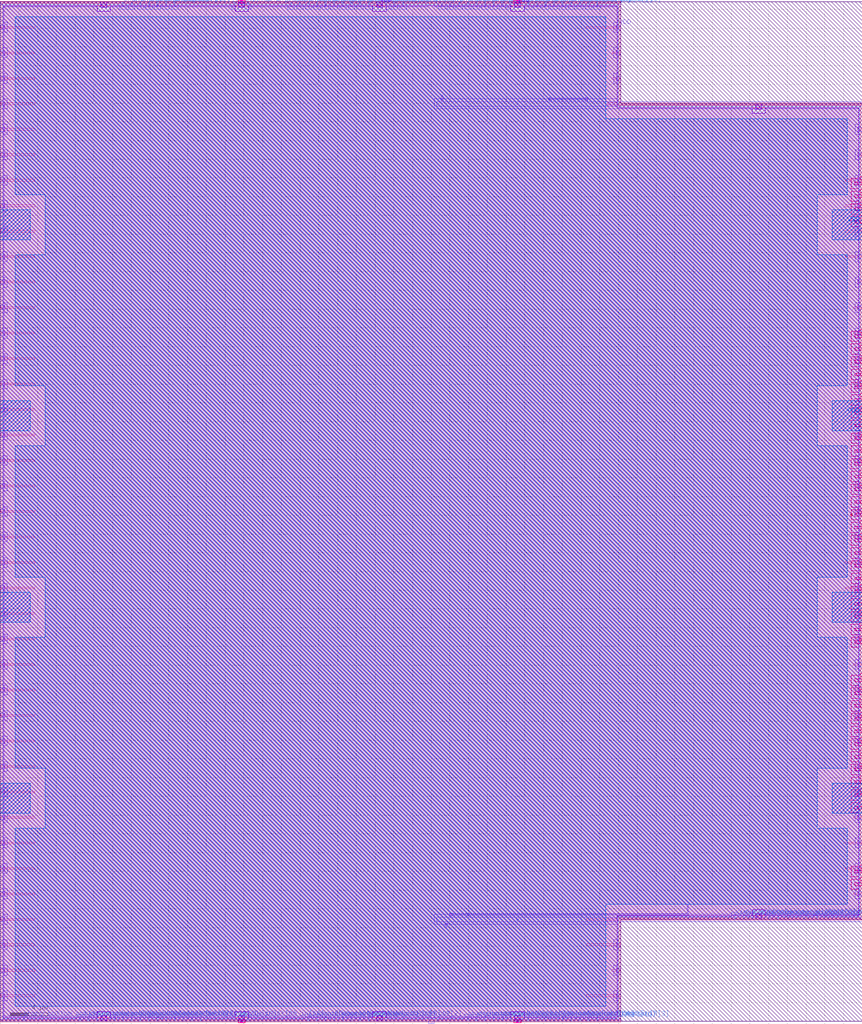
<source format=lef>
VERSION 5.7 ;
BUSBITCHARS "[]" ;

UNITS
  DATABASE MICRONS 1000 ;
END UNITS

MANUFACTURINGGRID 0.005 ;

LAYER li1
  TYPE ROUTING ;
  DIRECTION VERTICAL ;
  PITCH 0.46 ;
  WIDTH 0.17 ;
END li1

LAYER mcon
  TYPE CUT ;
END mcon

LAYER met1
  TYPE ROUTING ;
  DIRECTION HORIZONTAL ;
  PITCH 0.34 ;
  WIDTH 0.14 ;
END met1

LAYER via
  TYPE CUT ;
END via

LAYER met2
  TYPE ROUTING ;
  DIRECTION VERTICAL ;
  PITCH 0.46 ;
  WIDTH 0.14 ;
END met2

LAYER via2
  TYPE CUT ;
END via2

LAYER met3
  TYPE ROUTING ;
  DIRECTION HORIZONTAL ;
  PITCH 0.68 ;
  WIDTH 0.3 ;
END met3

LAYER via3
  TYPE CUT ;
END via3

LAYER met4
  TYPE ROUTING ;
  DIRECTION VERTICAL ;
  PITCH 0.92 ;
  WIDTH 0.3 ;
END met4

LAYER via4
  TYPE CUT ;
END via4

LAYER met5
  TYPE ROUTING ;
  DIRECTION HORIZONTAL ;
  PITCH 3.4 ;
  WIDTH 1.6 ;
END met5

LAYER nwell
  TYPE MASTERSLICE ;
END nwell

LAYER pwell
  TYPE MASTERSLICE ;
END pwell

LAYER OVERLAP
  TYPE OVERLAP ;
END OVERLAP

VIA L1M1_PR
  LAYER li1 ;
    RECT -0.085 -0.085 0.085 0.085 ;
  LAYER mcon ;
    RECT -0.085 -0.085 0.085 0.085 ;
  LAYER met1 ;
    RECT -0.145 -0.115 0.145 0.115 ;
END L1M1_PR

VIA L1M1_PR_R
  LAYER li1 ;
    RECT -0.085 -0.085 0.085 0.085 ;
  LAYER mcon ;
    RECT -0.085 -0.085 0.085 0.085 ;
  LAYER met1 ;
    RECT -0.115 -0.145 0.115 0.145 ;
END L1M1_PR_R

VIA L1M1_PR_M
  LAYER li1 ;
    RECT -0.085 -0.085 0.085 0.085 ;
  LAYER mcon ;
    RECT -0.085 -0.085 0.085 0.085 ;
  LAYER met1 ;
    RECT -0.115 -0.145 0.115 0.145 ;
END L1M1_PR_M

VIA L1M1_PR_MR
  LAYER li1 ;
    RECT -0.085 -0.085 0.085 0.085 ;
  LAYER mcon ;
    RECT -0.085 -0.085 0.085 0.085 ;
  LAYER met1 ;
    RECT -0.145 -0.115 0.145 0.115 ;
END L1M1_PR_MR

VIA L1M1_PR_C
  LAYER li1 ;
    RECT -0.085 -0.085 0.085 0.085 ;
  LAYER mcon ;
    RECT -0.085 -0.085 0.085 0.085 ;
  LAYER met1 ;
    RECT -0.145 -0.145 0.145 0.145 ;
END L1M1_PR_C

VIA M1M2_PR
  LAYER met1 ;
    RECT -0.16 -0.13 0.16 0.13 ;
  LAYER via ;
    RECT -0.075 -0.075 0.075 0.075 ;
  LAYER met2 ;
    RECT -0.13 -0.16 0.13 0.16 ;
END M1M2_PR

VIA M1M2_PR_Enc
  LAYER met1 ;
    RECT -0.16 -0.13 0.16 0.13 ;
  LAYER via ;
    RECT -0.075 -0.075 0.075 0.075 ;
  LAYER met2 ;
    RECT -0.16 -0.13 0.16 0.13 ;
END M1M2_PR_Enc

VIA M1M2_PR_R
  LAYER met1 ;
    RECT -0.13 -0.16 0.13 0.16 ;
  LAYER via ;
    RECT -0.075 -0.075 0.075 0.075 ;
  LAYER met2 ;
    RECT -0.16 -0.13 0.16 0.13 ;
END M1M2_PR_R

VIA M1M2_PR_R_Enc
  LAYER met1 ;
    RECT -0.13 -0.16 0.13 0.16 ;
  LAYER via ;
    RECT -0.075 -0.075 0.075 0.075 ;
  LAYER met2 ;
    RECT -0.13 -0.16 0.13 0.16 ;
END M1M2_PR_R_Enc

VIA M1M2_PR_M
  LAYER met1 ;
    RECT -0.16 -0.13 0.16 0.13 ;
  LAYER via ;
    RECT -0.075 -0.075 0.075 0.075 ;
  LAYER met2 ;
    RECT -0.16 -0.13 0.16 0.13 ;
END M1M2_PR_M

VIA M1M2_PR_M_Enc
  LAYER met1 ;
    RECT -0.16 -0.13 0.16 0.13 ;
  LAYER via ;
    RECT -0.075 -0.075 0.075 0.075 ;
  LAYER met2 ;
    RECT -0.13 -0.16 0.13 0.16 ;
END M1M2_PR_M_Enc

VIA M1M2_PR_MR
  LAYER met1 ;
    RECT -0.13 -0.16 0.13 0.16 ;
  LAYER via ;
    RECT -0.075 -0.075 0.075 0.075 ;
  LAYER met2 ;
    RECT -0.13 -0.16 0.13 0.16 ;
END M1M2_PR_MR

VIA M1M2_PR_MR_Enc
  LAYER met1 ;
    RECT -0.13 -0.16 0.13 0.16 ;
  LAYER via ;
    RECT -0.075 -0.075 0.075 0.075 ;
  LAYER met2 ;
    RECT -0.16 -0.13 0.16 0.13 ;
END M1M2_PR_MR_Enc

VIA M1M2_PR_C
  LAYER met1 ;
    RECT -0.16 -0.16 0.16 0.16 ;
  LAYER via ;
    RECT -0.075 -0.075 0.075 0.075 ;
  LAYER met2 ;
    RECT -0.16 -0.16 0.16 0.16 ;
END M1M2_PR_C

VIA M2M3_PR
  LAYER met2 ;
    RECT -0.14 -0.185 0.14 0.185 ;
  LAYER via2 ;
    RECT -0.1 -0.1 0.1 0.1 ;
  LAYER met3 ;
    RECT -0.165 -0.165 0.165 0.165 ;
END M2M3_PR

VIA M2M3_PR_R
  LAYER met2 ;
    RECT -0.185 -0.14 0.185 0.14 ;
  LAYER via2 ;
    RECT -0.1 -0.1 0.1 0.1 ;
  LAYER met3 ;
    RECT -0.165 -0.165 0.165 0.165 ;
END M2M3_PR_R

VIA M2M3_PR_M
  LAYER met2 ;
    RECT -0.14 -0.185 0.14 0.185 ;
  LAYER via2 ;
    RECT -0.1 -0.1 0.1 0.1 ;
  LAYER met3 ;
    RECT -0.165 -0.165 0.165 0.165 ;
END M2M3_PR_M

VIA M2M3_PR_MR
  LAYER met2 ;
    RECT -0.185 -0.14 0.185 0.14 ;
  LAYER via2 ;
    RECT -0.1 -0.1 0.1 0.1 ;
  LAYER met3 ;
    RECT -0.165 -0.165 0.165 0.165 ;
END M2M3_PR_MR

VIA M2M3_PR_C
  LAYER met2 ;
    RECT -0.185 -0.185 0.185 0.185 ;
  LAYER via2 ;
    RECT -0.1 -0.1 0.1 0.1 ;
  LAYER met3 ;
    RECT -0.165 -0.165 0.165 0.165 ;
END M2M3_PR_C

VIA M3M4_PR
  LAYER met3 ;
    RECT -0.19 -0.16 0.19 0.16 ;
  LAYER via3 ;
    RECT -0.1 -0.1 0.1 0.1 ;
  LAYER met4 ;
    RECT -0.165 -0.165 0.165 0.165 ;
END M3M4_PR

VIA M3M4_PR_R
  LAYER met3 ;
    RECT -0.16 -0.19 0.16 0.19 ;
  LAYER via3 ;
    RECT -0.1 -0.1 0.1 0.1 ;
  LAYER met4 ;
    RECT -0.165 -0.165 0.165 0.165 ;
END M3M4_PR_R

VIA M3M4_PR_M
  LAYER met3 ;
    RECT -0.19 -0.16 0.19 0.16 ;
  LAYER via3 ;
    RECT -0.1 -0.1 0.1 0.1 ;
  LAYER met4 ;
    RECT -0.165 -0.165 0.165 0.165 ;
END M3M4_PR_M

VIA M3M4_PR_MR
  LAYER met3 ;
    RECT -0.16 -0.19 0.16 0.19 ;
  LAYER via3 ;
    RECT -0.1 -0.1 0.1 0.1 ;
  LAYER met4 ;
    RECT -0.165 -0.165 0.165 0.165 ;
END M3M4_PR_MR

VIA M3M4_PR_C
  LAYER met3 ;
    RECT -0.19 -0.19 0.19 0.19 ;
  LAYER via3 ;
    RECT -0.1 -0.1 0.1 0.1 ;
  LAYER met4 ;
    RECT -0.165 -0.165 0.165 0.165 ;
END M3M4_PR_C

VIA M4M5_PR
  LAYER met4 ;
    RECT -0.59 -0.59 0.59 0.59 ;
  LAYER via4 ;
    RECT -0.4 -0.4 0.4 0.4 ;
  LAYER met5 ;
    RECT -0.71 -0.71 0.71 0.71 ;
END M4M5_PR

VIA M4M5_PR_R
  LAYER met4 ;
    RECT -0.59 -0.59 0.59 0.59 ;
  LAYER via4 ;
    RECT -0.4 -0.4 0.4 0.4 ;
  LAYER met5 ;
    RECT -0.71 -0.71 0.71 0.71 ;
END M4M5_PR_R

VIA M4M5_PR_M
  LAYER met4 ;
    RECT -0.59 -0.59 0.59 0.59 ;
  LAYER via4 ;
    RECT -0.4 -0.4 0.4 0.4 ;
  LAYER met5 ;
    RECT -0.71 -0.71 0.71 0.71 ;
END M4M5_PR_M

VIA M4M5_PR_MR
  LAYER met4 ;
    RECT -0.59 -0.59 0.59 0.59 ;
  LAYER via4 ;
    RECT -0.4 -0.4 0.4 0.4 ;
  LAYER met5 ;
    RECT -0.71 -0.71 0.71 0.71 ;
END M4M5_PR_MR

VIA M4M5_PR_C
  LAYER met4 ;
    RECT -0.59 -0.59 0.59 0.59 ;
  LAYER via4 ;
    RECT -0.4 -0.4 0.4 0.4 ;
  LAYER met5 ;
    RECT -0.71 -0.71 0.71 0.71 ;
END M4M5_PR_C

SITE unit
  CLASS CORE ;
  SYMMETRY Y ;
  SIZE 0.46 BY 2.72 ;
END unit

SITE unithddbl
  CLASS CORE ;
  SIZE 0.46 BY 5.44 ;
END unithddbl

MACRO sb_0__1_
  CLASS BLOCK ;
  ORIGIN 0 0 ;
  SIZE 92 BY 108.8 ;
  SYMMETRY X Y ;
  PIN chany_top_in[0]
    DIRECTION INPUT ;
    USE SIGNAL ;
    PORT
      LAYER met2 ;
        RECT 48 108.315 48.14 108.8 ;
    END
  END chany_top_in[0]
  PIN chany_top_in[1]
    DIRECTION INPUT ;
    USE SIGNAL ;
    PORT
      LAYER met2 ;
        RECT 54.44 108.315 54.58 108.8 ;
    END
  END chany_top_in[1]
  PIN chany_top_in[2]
    DIRECTION INPUT ;
    USE SIGNAL ;
    PORT
      LAYER met2 ;
        RECT 47.08 108.315 47.22 108.8 ;
    END
  END chany_top_in[2]
  PIN chany_top_in[3]
    DIRECTION INPUT ;
    USE SIGNAL ;
    PORT
      LAYER met2 ;
        RECT 60.88 108.315 61.02 108.8 ;
    END
  END chany_top_in[3]
  PIN chany_top_in[4]
    DIRECTION INPUT ;
    USE SIGNAL ;
    PORT
      LAYER met2 ;
        RECT 50.76 108.315 50.9 108.8 ;
    END
  END chany_top_in[4]
  PIN chany_top_in[5]
    DIRECTION INPUT ;
    USE SIGNAL ;
    PORT
      LAYER met2 ;
        RECT 42.02 108.315 42.16 108.8 ;
    END
  END chany_top_in[5]
  PIN chany_top_in[6]
    DIRECTION INPUT ;
    USE SIGNAL ;
    PORT
      LAYER met2 ;
        RECT 31.9 108.315 32.04 108.8 ;
    END
  END chany_top_in[6]
  PIN chany_top_in[7]
    DIRECTION INPUT ;
    USE SIGNAL ;
    PORT
      LAYER met2 ;
        RECT 42.94 108.315 43.08 108.8 ;
    END
  END chany_top_in[7]
  PIN chany_top_in[8]
    DIRECTION INPUT ;
    USE SIGNAL ;
    PORT
      LAYER met2 ;
        RECT 13.04 108.315 13.18 108.8 ;
    END
  END chany_top_in[8]
  PIN chany_top_in[9]
    DIRECTION INPUT ;
    USE SIGNAL ;
    PORT
      LAYER met2 ;
        RECT 18.56 108.315 18.7 108.8 ;
    END
  END chany_top_in[9]
  PIN chany_top_in[10]
    DIRECTION INPUT ;
    USE SIGNAL ;
    PORT
      LAYER met2 ;
        RECT 49.84 108.315 49.98 108.8 ;
    END
  END chany_top_in[10]
  PIN chany_top_in[11]
    DIRECTION INPUT ;
    USE SIGNAL ;
    PORT
      LAYER met2 ;
        RECT 52.6 108.315 52.74 108.8 ;
    END
  END chany_top_in[11]
  PIN chany_top_in[12]
    DIRECTION INPUT ;
    USE SIGNAL ;
    PORT
      LAYER met2 ;
        RECT 59.04 108.315 59.18 108.8 ;
    END
  END chany_top_in[12]
  PIN chany_top_in[13]
    DIRECTION INPUT ;
    USE SIGNAL ;
    PORT
      LAYER met2 ;
        RECT 41.1 108.315 41.24 108.8 ;
    END
  END chany_top_in[13]
  PIN chany_top_in[14]
    DIRECTION INPUT ;
    USE SIGNAL ;
    PORT
      LAYER met2 ;
        RECT 32.82 108.315 32.96 108.8 ;
    END
  END chany_top_in[14]
  PIN chany_top_in[15]
    DIRECTION INPUT ;
    USE SIGNAL ;
    PORT
      LAYER met2 ;
        RECT 17.64 108.315 17.78 108.8 ;
    END
  END chany_top_in[15]
  PIN chany_top_in[16]
    DIRECTION INPUT ;
    USE SIGNAL ;
    PORT
      LAYER met2 ;
        RECT 25 108.315 25.14 108.8 ;
    END
  END chany_top_in[16]
  PIN chany_top_in[17]
    DIRECTION INPUT ;
    USE SIGNAL ;
    PORT
      LAYER met2 ;
        RECT 30.98 108.315 31.12 108.8 ;
    END
  END chany_top_in[17]
  PIN chany_top_in[18]
    DIRECTION INPUT ;
    USE SIGNAL ;
    PORT
      LAYER met2 ;
        RECT 63.64 108.315 63.78 108.8 ;
    END
  END chany_top_in[18]
  PIN chany_top_in[19]
    DIRECTION INPUT ;
    USE SIGNAL ;
    PORT
      LAYER met2 ;
        RECT 48.92 108.315 49.06 108.8 ;
    END
  END chany_top_in[19]
  PIN top_left_grid_pin_1_[0]
    DIRECTION INPUT ;
    USE SIGNAL ;
    PORT
      LAYER met2 ;
        RECT 26.38 108.315 26.52 108.8 ;
    END
  END top_left_grid_pin_1_[0]
  PIN chanx_right_in[0]
    DIRECTION INPUT ;
    USE SIGNAL ;
    PORT
      LAYER met3 ;
        RECT 91.2 66.15 92 66.45 ;
    END
  END chanx_right_in[0]
  PIN chanx_right_in[1]
    DIRECTION INPUT ;
    USE SIGNAL ;
    PORT
      LAYER met3 ;
        RECT 91.2 87.91 92 88.21 ;
    END
  END chanx_right_in[1]
  PIN chanx_right_in[2]
    DIRECTION INPUT ;
    USE SIGNAL ;
    PORT
      LAYER met3 ;
        RECT 91.2 36.23 92 36.53 ;
    END
  END chanx_right_in[2]
  PIN chanx_right_in[3]
    DIRECTION INPUT ;
    USE SIGNAL ;
    PORT
      LAYER met3 ;
        RECT 91.2 48.47 92 48.77 ;
    END
  END chanx_right_in[3]
  PIN chanx_right_in[4]
    DIRECTION INPUT ;
    USE SIGNAL ;
    PORT
      LAYER met3 ;
        RECT 91.2 71.59 92 71.89 ;
    END
  END chanx_right_in[4]
  PIN chanx_right_in[5]
    DIRECTION INPUT ;
    USE SIGNAL ;
    PORT
      LAYER met3 ;
        RECT 91.2 86.55 92 86.85 ;
    END
  END chanx_right_in[5]
  PIN chanx_right_in[6]
    DIRECTION INPUT ;
    USE SIGNAL ;
    PORT
      LAYER met3 ;
        RECT 91.2 62.07 92 62.37 ;
    END
  END chanx_right_in[6]
  PIN chanx_right_in[7]
    DIRECTION INPUT ;
    USE SIGNAL ;
    PORT
      LAYER met3 ;
        RECT 91.2 22.63 92 22.93 ;
    END
  END chanx_right_in[7]
  PIN chanx_right_in[8]
    DIRECTION INPUT ;
    USE SIGNAL ;
    PORT
      LAYER met3 ;
        RECT 91.2 34.87 92 35.17 ;
    END
  END chanx_right_in[8]
  PIN chanx_right_in[9]
    DIRECTION INPUT ;
    USE SIGNAL ;
    PORT
      LAYER met3 ;
        RECT 91.2 41.67 92 41.97 ;
    END
  END chanx_right_in[9]
  PIN chanx_right_in[10]
    DIRECTION INPUT ;
    USE SIGNAL ;
    PORT
      LAYER met3 ;
        RECT 91.2 64.79 92 65.09 ;
    END
  END chanx_right_in[10]
  PIN chanx_right_in[11]
    DIRECTION INPUT ;
    USE SIGNAL ;
    PORT
      LAYER met3 ;
        RECT 91.2 51.19 92 51.49 ;
    END
  END chanx_right_in[11]
  PIN chanx_right_in[12]
    DIRECTION INPUT ;
    USE SIGNAL ;
    PORT
      LAYER met3 ;
        RECT 91.2 23.99 92 24.29 ;
    END
  END chanx_right_in[12]
  PIN chanx_right_in[13]
    DIRECTION INPUT ;
    USE SIGNAL ;
    PORT
      LAYER met3 ;
        RECT 91.2 44.39 92 44.69 ;
    END
  END chanx_right_in[13]
  PIN chanx_right_in[14]
    DIRECTION INPUT ;
    USE SIGNAL ;
    PORT
      LAYER met3 ;
        RECT 91.2 60.71 92 61.01 ;
    END
  END chanx_right_in[14]
  PIN chanx_right_in[15]
    DIRECTION INPUT ;
    USE SIGNAL ;
    PORT
      LAYER met3 ;
        RECT 91.2 57.99 92 58.29 ;
    END
  END chanx_right_in[15]
  PIN chanx_right_in[16]
    DIRECTION INPUT ;
    USE SIGNAL ;
    PORT
      LAYER met3 ;
        RECT 91.2 67.51 92 67.81 ;
    END
  END chanx_right_in[16]
  PIN chanx_right_in[17]
    DIRECTION INPUT ;
    USE SIGNAL ;
    PORT
      LAYER met3 ;
        RECT 91.2 45.75 92 46.05 ;
    END
  END chanx_right_in[17]
  PIN chanx_right_in[18]
    DIRECTION INPUT ;
    USE SIGNAL ;
    PORT
      LAYER met3 ;
        RECT 91.2 63.43 92 63.73 ;
    END
  END chanx_right_in[18]
  PIN chanx_right_in[19]
    DIRECTION INPUT ;
    USE SIGNAL ;
    PORT
      LAYER met3 ;
        RECT 91.2 43.03 92 43.33 ;
    END
  END chanx_right_in[19]
  PIN right_bottom_grid_pin_34_[0]
    DIRECTION INPUT ;
    USE SIGNAL ;
    PORT
      LAYER met2 ;
        RECT 79.28 10.88 79.42 11.365 ;
    END
  END right_bottom_grid_pin_34_[0]
  PIN right_bottom_grid_pin_35_[0]
    DIRECTION INPUT ;
    USE SIGNAL ;
    PORT
      LAYER met2 ;
        RECT 85.72 10.88 85.86 11.365 ;
    END
  END right_bottom_grid_pin_35_[0]
  PIN right_bottom_grid_pin_36_[0]
    DIRECTION INPUT ;
    USE SIGNAL ;
    PORT
      LAYER met2 ;
        RECT 82.04 10.88 82.18 11.365 ;
    END
  END right_bottom_grid_pin_36_[0]
  PIN right_bottom_grid_pin_37_[0]
    DIRECTION INPUT ;
    USE SIGNAL ;
    PORT
      LAYER met2 ;
        RECT 87.1 10.88 87.24 11.365 ;
    END
  END right_bottom_grid_pin_37_[0]
  PIN right_bottom_grid_pin_38_[0]
    DIRECTION INPUT ;
    USE SIGNAL ;
    PORT
      LAYER met2 ;
        RECT 81.12 10.88 81.26 11.365 ;
    END
  END right_bottom_grid_pin_38_[0]
  PIN right_bottom_grid_pin_39_[0]
    DIRECTION INPUT ;
    USE SIGNAL ;
    PORT
      LAYER met2 ;
        RECT 78.36 10.88 78.5 11.365 ;
    END
  END right_bottom_grid_pin_39_[0]
  PIN right_bottom_grid_pin_40_[0]
    DIRECTION INPUT ;
    USE SIGNAL ;
    PORT
      LAYER met2 ;
        RECT 80.2 10.88 80.34 11.365 ;
    END
  END right_bottom_grid_pin_40_[0]
  PIN right_bottom_grid_pin_41_[0]
    DIRECTION INPUT ;
    USE SIGNAL ;
    PORT
      LAYER met2 ;
        RECT 82.96 10.88 83.1 11.365 ;
    END
  END right_bottom_grid_pin_41_[0]
  PIN chany_bottom_in[0]
    DIRECTION INPUT ;
    USE SIGNAL ;
    PORT
      LAYER met2 ;
        RECT 49.84 0 49.98 0.485 ;
    END
  END chany_bottom_in[0]
  PIN chany_bottom_in[1]
    DIRECTION INPUT ;
    USE SIGNAL ;
    PORT
      LAYER met2 ;
        RECT 59.96 0 60.1 0.485 ;
    END
  END chany_bottom_in[1]
  PIN chany_bottom_in[2]
    DIRECTION INPUT ;
    USE SIGNAL ;
    PORT
      LAYER met2 ;
        RECT 60.88 0 61.02 0.485 ;
    END
  END chany_bottom_in[2]
  PIN chany_bottom_in[3]
    DIRECTION INPUT ;
    USE SIGNAL ;
    PORT
      LAYER met2 ;
        RECT 63.64 0 63.78 0.485 ;
    END
  END chany_bottom_in[3]
  PIN chany_bottom_in[4]
    DIRECTION INPUT ;
    USE SIGNAL ;
    PORT
      LAYER met2 ;
        RECT 52.6 0 52.74 0.485 ;
    END
  END chany_bottom_in[4]
  PIN chany_bottom_in[5]
    DIRECTION INPUT ;
    USE SIGNAL ;
    PORT
      LAYER met2 ;
        RECT 39.26 0 39.4 0.485 ;
    END
  END chany_bottom_in[5]
  PIN chany_bottom_in[6]
    DIRECTION INPUT ;
    USE SIGNAL ;
    PORT
      LAYER met2 ;
        RECT 35.58 0 35.72 0.485 ;
    END
  END chany_bottom_in[6]
  PIN chany_bottom_in[7]
    DIRECTION INPUT ;
    USE SIGNAL ;
    PORT
      LAYER met2 ;
        RECT 62.72 0 62.86 0.485 ;
    END
  END chany_bottom_in[7]
  PIN chany_bottom_in[8]
    DIRECTION INPUT ;
    USE SIGNAL ;
    PORT
      LAYER met2 ;
        RECT 9.36 0 9.5 0.485 ;
    END
  END chany_bottom_in[8]
  PIN chany_bottom_in[9]
    DIRECTION INPUT ;
    USE SIGNAL ;
    PORT
      LAYER met2 ;
        RECT 8.44 0 8.58 0.485 ;
    END
  END chany_bottom_in[9]
  PIN chany_bottom_in[10]
    DIRECTION INPUT ;
    USE SIGNAL ;
    PORT
      LAYER met2 ;
        RECT 26.38 0 26.52 0.485 ;
    END
  END chany_bottom_in[10]
  PIN chany_bottom_in[11]
    DIRECTION INPUT ;
    USE SIGNAL ;
    PORT
      LAYER met2 ;
        RECT 51.68 0 51.82 0.485 ;
    END
  END chany_bottom_in[11]
  PIN chany_bottom_in[12]
    DIRECTION INPUT ;
    USE SIGNAL ;
    PORT
      LAYER met2 ;
        RECT 53.52 0 53.66 0.485 ;
    END
  END chany_bottom_in[12]
  PIN chany_bottom_in[13]
    DIRECTION INPUT ;
    USE SIGNAL ;
    PORT
      LAYER met2 ;
        RECT 56.28 0 56.42 0.485 ;
    END
  END chany_bottom_in[13]
  PIN chany_bottom_in[14]
    DIRECTION INPUT ;
    USE SIGNAL ;
    PORT
      LAYER met2 ;
        RECT 58.12 0 58.26 0.485 ;
    END
  END chany_bottom_in[14]
  PIN chany_bottom_in[15]
    DIRECTION INPUT ;
    USE SIGNAL ;
    PORT
      LAYER met2 ;
        RECT 38.34 0 38.48 0.485 ;
    END
  END chany_bottom_in[15]
  PIN chany_bottom_in[16]
    DIRECTION INPUT ;
    USE SIGNAL ;
    PORT
      LAYER met2 ;
        RECT 61.8 0 61.94 0.485 ;
    END
  END chany_bottom_in[16]
  PIN chany_bottom_in[17]
    DIRECTION INPUT ;
    USE SIGNAL ;
    PORT
      LAYER met2 ;
        RECT 32.82 0 32.96 0.485 ;
    END
  END chany_bottom_in[17]
  PIN chany_bottom_in[18]
    DIRECTION INPUT ;
    USE SIGNAL ;
    PORT
      LAYER met2 ;
        RECT 21.32 0 21.46 0.485 ;
    END
  END chany_bottom_in[18]
  PIN chany_bottom_in[19]
    DIRECTION INPUT ;
    USE SIGNAL ;
    PORT
      LAYER met2 ;
        RECT 40.18 0 40.32 0.485 ;
    END
  END chany_bottom_in[19]
  PIN bottom_left_grid_pin_1_[0]
    DIRECTION INPUT ;
    USE SIGNAL ;
    PORT
      LAYER met2 ;
        RECT 20.4 0 20.54 0.485 ;
    END
  END bottom_left_grid_pin_1_[0]
  PIN ccff_head[0]
    DIRECTION INPUT ;
    USE SIGNAL ;
    PORT
      LAYER met3 ;
        RECT 91.2 29.43 92 29.73 ;
    END
  END ccff_head[0]
  PIN chany_top_out[0]
    DIRECTION OUTPUT ;
    USE SIGNAL ;
    PORT
      LAYER met2 ;
        RECT 62.72 108.315 62.86 108.8 ;
    END
  END chany_top_out[0]
  PIN chany_top_out[1]
    DIRECTION OUTPUT ;
    USE SIGNAL ;
    PORT
      LAYER met2 ;
        RECT 40.18 108.315 40.32 108.8 ;
    END
  END chany_top_out[1]
  PIN chany_top_out[2]
    DIRECTION OUTPUT ;
    USE SIGNAL ;
    PORT
      LAYER met2 ;
        RECT 51.68 108.315 51.82 108.8 ;
    END
  END chany_top_out[2]
  PIN chany_top_out[3]
    DIRECTION OUTPUT ;
    USE SIGNAL ;
    PORT
      LAYER met2 ;
        RECT 56.28 108.315 56.42 108.8 ;
    END
  END chany_top_out[3]
  PIN chany_top_out[4]
    DIRECTION OUTPUT ;
    USE SIGNAL ;
    PORT
      LAYER met2 ;
        RECT 53.52 108.315 53.66 108.8 ;
    END
  END chany_top_out[4]
  PIN chany_top_out[5]
    DIRECTION OUTPUT ;
    USE SIGNAL ;
    PORT
      LAYER met2 ;
        RECT 34.66 108.315 34.8 108.8 ;
    END
  END chany_top_out[5]
  PIN chany_top_out[6]
    DIRECTION OUTPUT ;
    USE SIGNAL ;
    PORT
      LAYER met2 ;
        RECT 13.96 108.315 14.1 108.8 ;
    END
  END chany_top_out[6]
  PIN chany_top_out[7]
    DIRECTION OUTPUT ;
    USE SIGNAL ;
    PORT
      LAYER met2 ;
        RECT 16.72 108.315 16.86 108.8 ;
    END
  END chany_top_out[7]
  PIN chany_top_out[8]
    DIRECTION OUTPUT ;
    USE SIGNAL ;
    PORT
      LAYER met2 ;
        RECT 39.26 108.315 39.4 108.8 ;
    END
  END chany_top_out[8]
  PIN chany_top_out[9]
    DIRECTION OUTPUT ;
    USE SIGNAL ;
    PORT
      LAYER met2 ;
        RECT 35.58 108.315 35.72 108.8 ;
    END
  END chany_top_out[9]
  PIN chany_top_out[10]
    DIRECTION OUTPUT ;
    USE SIGNAL ;
    PORT
      LAYER met2 ;
        RECT 61.8 108.315 61.94 108.8 ;
    END
  END chany_top_out[10]
  PIN chany_top_out[11]
    DIRECTION OUTPUT ;
    USE SIGNAL ;
    PORT
      LAYER met2 ;
        RECT 58.12 108.315 58.26 108.8 ;
    END
  END chany_top_out[11]
  PIN chany_top_out[12]
    DIRECTION OUTPUT ;
    USE SIGNAL ;
    PORT
      LAYER met2 ;
        RECT 33.74 108.315 33.88 108.8 ;
    END
  END chany_top_out[12]
  PIN chany_top_out[13]
    DIRECTION OUTPUT ;
    USE SIGNAL ;
    PORT
      LAYER met2 ;
        RECT 38.34 108.315 38.48 108.8 ;
    END
  END chany_top_out[13]
  PIN chany_top_out[14]
    DIRECTION OUTPUT ;
    USE SIGNAL ;
    PORT
      LAYER met2 ;
        RECT 14.88 108.315 15.02 108.8 ;
    END
  END chany_top_out[14]
  PIN chany_top_out[15]
    DIRECTION OUTPUT ;
    USE SIGNAL ;
    PORT
      LAYER met2 ;
        RECT 36.5 108.315 36.64 108.8 ;
    END
  END chany_top_out[15]
  PIN chany_top_out[16]
    DIRECTION OUTPUT ;
    USE SIGNAL ;
    PORT
      LAYER met2 ;
        RECT 59.96 108.315 60.1 108.8 ;
    END
  END chany_top_out[16]
  PIN chany_top_out[17]
    DIRECTION OUTPUT ;
    USE SIGNAL ;
    PORT
      LAYER met2 ;
        RECT 15.8 108.315 15.94 108.8 ;
    END
  END chany_top_out[17]
  PIN chany_top_out[18]
    DIRECTION OUTPUT ;
    USE SIGNAL ;
    PORT
      LAYER met2 ;
        RECT 37.42 108.315 37.56 108.8 ;
    END
  END chany_top_out[18]
  PIN chany_top_out[19]
    DIRECTION OUTPUT ;
    USE SIGNAL ;
    PORT
      LAYER met2 ;
        RECT 57.2 108.315 57.34 108.8 ;
    END
  END chany_top_out[19]
  PIN chanx_right_out[0]
    DIRECTION OUTPUT ;
    USE SIGNAL ;
    PORT
      LAYER met3 ;
        RECT 91.2 70.23 92 70.53 ;
    END
  END chanx_right_out[0]
  PIN chanx_right_out[1]
    DIRECTION OUTPUT ;
    USE SIGNAL ;
    PORT
      LAYER met3 ;
        RECT 91.2 72.95 92 73.25 ;
    END
  END chanx_right_out[1]
  PIN chanx_right_out[2]
    DIRECTION OUTPUT ;
    USE SIGNAL ;
    PORT
      LAYER met3 ;
        RECT 91.2 25.35 92 25.65 ;
    END
  END chanx_right_out[2]
  PIN chanx_right_out[3]
    DIRECTION OUTPUT ;
    USE SIGNAL ;
    PORT
      LAYER met3 ;
        RECT 91.2 49.83 92 50.13 ;
    END
  END chanx_right_out[3]
  PIN chanx_right_out[4]
    DIRECTION OUTPUT ;
    USE SIGNAL ;
    PORT
      LAYER met3 ;
        RECT 91.2 56.63 92 56.93 ;
    END
  END chanx_right_out[4]
  PIN chanx_right_out[5]
    DIRECTION OUTPUT ;
    USE SIGNAL ;
    PORT
      LAYER met3 ;
        RECT 91.2 53.91 92 54.21 ;
    END
  END chanx_right_out[5]
  PIN chanx_right_out[6]
    DIRECTION OUTPUT ;
    USE SIGNAL ;
    PORT
      LAYER met3 ;
        RECT 91.2 85.19 92 85.49 ;
    END
  END chanx_right_out[6]
  PIN chanx_right_out[7]
    DIRECTION OUTPUT ;
    USE SIGNAL ;
    PORT
      LAYER met3 ;
        RECT 91.2 33.51 92 33.81 ;
    END
  END chanx_right_out[7]
  PIN chanx_right_out[8]
    DIRECTION OUTPUT ;
    USE SIGNAL ;
    PORT
      LAYER met3 ;
        RECT 91.2 32.15 92 32.45 ;
    END
  END chanx_right_out[8]
  PIN chanx_right_out[9]
    DIRECTION OUTPUT ;
    USE SIGNAL ;
    PORT
      LAYER met3 ;
        RECT 91.2 55.27 92 55.57 ;
    END
  END chanx_right_out[9]
  PIN chanx_right_out[10]
    DIRECTION OUTPUT ;
    USE SIGNAL ;
    PORT
      LAYER met3 ;
        RECT 91.2 26.71 92 27.01 ;
    END
  END chanx_right_out[10]
  PIN chanx_right_out[11]
    DIRECTION OUTPUT ;
    USE SIGNAL ;
    PORT
      LAYER met3 ;
        RECT 91.2 52.55 92 52.85 ;
    END
  END chanx_right_out[11]
  PIN chanx_right_out[12]
    DIRECTION OUTPUT ;
    USE SIGNAL ;
    PORT
      LAYER met3 ;
        RECT 91.2 15.83 92 16.13 ;
    END
  END chanx_right_out[12]
  PIN chanx_right_out[13]
    DIRECTION OUTPUT ;
    USE SIGNAL ;
    PORT
      LAYER met3 ;
        RECT 91.2 47.11 92 47.41 ;
    END
  END chanx_right_out[13]
  PIN chanx_right_out[14]
    DIRECTION OUTPUT ;
    USE SIGNAL ;
    PORT
      LAYER met3 ;
        RECT 91.2 30.79 92 31.09 ;
    END
  END chanx_right_out[14]
  PIN chanx_right_out[15]
    DIRECTION OUTPUT ;
    USE SIGNAL ;
    PORT
      LAYER met3 ;
        RECT 91.2 68.87 92 69.17 ;
    END
  END chanx_right_out[15]
  PIN chanx_right_out[16]
    DIRECTION OUTPUT ;
    USE SIGNAL ;
    PORT
      LAYER met3 ;
        RECT 91.2 14.47 92 14.77 ;
    END
  END chanx_right_out[16]
  PIN chanx_right_out[17]
    DIRECTION OUTPUT ;
    USE SIGNAL ;
    PORT
      LAYER met3 ;
        RECT 91.2 59.35 92 59.65 ;
    END
  END chanx_right_out[17]
  PIN chanx_right_out[18]
    DIRECTION OUTPUT ;
    USE SIGNAL ;
    PORT
      LAYER met3 ;
        RECT 91.2 28.07 92 28.37 ;
    END
  END chanx_right_out[18]
  PIN chanx_right_out[19]
    DIRECTION OUTPUT ;
    USE SIGNAL ;
    PORT
      LAYER met3 ;
        RECT 91.2 89.27 92 89.57 ;
    END
  END chanx_right_out[19]
  PIN chany_bottom_out[0]
    DIRECTION OUTPUT ;
    USE SIGNAL ;
    PORT
      LAYER met2 ;
        RECT 50.76 0 50.9 0.485 ;
    END
  END chany_bottom_out[0]
  PIN chany_bottom_out[1]
    DIRECTION OUTPUT ;
    USE SIGNAL ;
    PORT
      LAYER met2 ;
        RECT 57.2 0 57.34 0.485 ;
    END
  END chany_bottom_out[1]
  PIN chany_bottom_out[2]
    DIRECTION OUTPUT ;
    USE SIGNAL ;
    PORT
      LAYER met2 ;
        RECT 41.1 0 41.24 0.485 ;
    END
  END chany_bottom_out[2]
  PIN chany_bottom_out[3]
    DIRECTION OUTPUT ;
    USE SIGNAL ;
    PORT
      LAYER met2 ;
        RECT 11.2 0 11.34 0.485 ;
    END
  END chany_bottom_out[3]
  PIN chany_bottom_out[4]
    DIRECTION OUTPUT ;
    USE SIGNAL ;
    PORT
      LAYER met2 ;
        RECT 33.74 0 33.88 0.485 ;
    END
  END chany_bottom_out[4]
  PIN chany_bottom_out[5]
    DIRECTION OUTPUT ;
    USE SIGNAL ;
    PORT
      LAYER met2 ;
        RECT 19.48 0 19.62 0.485 ;
    END
  END chany_bottom_out[5]
  PIN chany_bottom_out[6]
    DIRECTION OUTPUT ;
    USE SIGNAL ;
    PORT
      LAYER met2 ;
        RECT 12.12 0 12.26 0.485 ;
    END
  END chany_bottom_out[6]
  PIN chany_bottom_out[7]
    DIRECTION OUTPUT ;
    USE SIGNAL ;
    PORT
      LAYER met2 ;
        RECT 36.5 0 36.64 0.485 ;
    END
  END chany_bottom_out[7]
  PIN chany_bottom_out[8]
    DIRECTION OUTPUT ;
    USE SIGNAL ;
    PORT
      LAYER met2 ;
        RECT 18.56 0 18.7 0.485 ;
    END
  END chany_bottom_out[8]
  PIN chany_bottom_out[9]
    DIRECTION OUTPUT ;
    USE SIGNAL ;
    PORT
      LAYER met2 ;
        RECT 13.04 0 13.18 0.485 ;
    END
  END chany_bottom_out[9]
  PIN chany_bottom_out[10]
    DIRECTION OUTPUT ;
    USE SIGNAL ;
    PORT
      LAYER met2 ;
        RECT 59.04 0 59.18 0.485 ;
    END
  END chany_bottom_out[10]
  PIN chany_bottom_out[11]
    DIRECTION OUTPUT ;
    USE SIGNAL ;
    PORT
      LAYER met2 ;
        RECT 17.64 0 17.78 0.485 ;
    END
  END chany_bottom_out[11]
  PIN chany_bottom_out[12]
    DIRECTION OUTPUT ;
    USE SIGNAL ;
    PORT
      LAYER met2 ;
        RECT 10.28 0 10.42 0.485 ;
    END
  END chany_bottom_out[12]
  PIN chany_bottom_out[13]
    DIRECTION OUTPUT ;
    USE SIGNAL ;
    PORT
      LAYER met2 ;
        RECT 13.96 0 14.1 0.485 ;
    END
  END chany_bottom_out[13]
  PIN chany_bottom_out[14]
    DIRECTION OUTPUT ;
    USE SIGNAL ;
    PORT
      LAYER met2 ;
        RECT 37.42 0 37.56 0.485 ;
    END
  END chany_bottom_out[14]
  PIN chany_bottom_out[15]
    DIRECTION OUTPUT ;
    USE SIGNAL ;
    PORT
      LAYER met2 ;
        RECT 16.72 0 16.86 0.485 ;
    END
  END chany_bottom_out[15]
  PIN chany_bottom_out[16]
    DIRECTION OUTPUT ;
    USE SIGNAL ;
    PORT
      LAYER met2 ;
        RECT 54.44 0 54.58 0.485 ;
    END
  END chany_bottom_out[16]
  PIN chany_bottom_out[17]
    DIRECTION OUTPUT ;
    USE SIGNAL ;
    PORT
      LAYER met2 ;
        RECT 14.88 0 15.02 0.485 ;
    END
  END chany_bottom_out[17]
  PIN chany_bottom_out[18]
    DIRECTION OUTPUT ;
    USE SIGNAL ;
    PORT
      LAYER met2 ;
        RECT 2.46 0 2.6 0.485 ;
    END
  END chany_bottom_out[18]
  PIN chany_bottom_out[19]
    DIRECTION OUTPUT ;
    USE SIGNAL ;
    PORT
      LAYER met2 ;
        RECT 15.8 0 15.94 0.485 ;
    END
  END chany_bottom_out[19]
  PIN ccff_tail[0]
    DIRECTION OUTPUT ;
    USE SIGNAL ;
    PORT
      LAYER met2 ;
        RECT 34.66 0 34.8 0.485 ;
    END
  END ccff_tail[0]
  PIN prog_clk_0_E_in
    DIRECTION INPUT ;
    USE CLOCK ;
    PORT
      LAYER met3 ;
        RECT 91.2 40.31 92 40.61 ;
    END
  END prog_clk_0_E_in
  PIN VDD
    DIRECTION INPUT ;
    USE POWER ;
    PORT
      LAYER met1 ;
        RECT 0 2.48 0.48 2.96 ;
        RECT 65.76 2.48 66.24 2.96 ;
        RECT 0 7.92 0.48 8.4 ;
        RECT 65.76 7.92 66.24 8.4 ;
        RECT 0 13.36 0.48 13.84 ;
        RECT 91.52 13.36 92 13.84 ;
        RECT 0 18.8 0.48 19.28 ;
        RECT 91.52 18.8 92 19.28 ;
        RECT 0 24.24 0.48 24.72 ;
        RECT 91.52 24.24 92 24.72 ;
        RECT 0 29.68 0.48 30.16 ;
        RECT 91.52 29.68 92 30.16 ;
        RECT 0 35.12 0.48 35.6 ;
        RECT 91.52 35.12 92 35.6 ;
        RECT 0 40.56 0.48 41.04 ;
        RECT 91.52 40.56 92 41.04 ;
        RECT 0 46 0.48 46.48 ;
        RECT 91.52 46 92 46.48 ;
        RECT 0 51.44 0.48 51.92 ;
        RECT 91.52 51.44 92 51.92 ;
        RECT 0 56.88 0.48 57.36 ;
        RECT 91.52 56.88 92 57.36 ;
        RECT 0 62.32 0.48 62.8 ;
        RECT 91.52 62.32 92 62.8 ;
        RECT 0 67.76 0.48 68.24 ;
        RECT 91.52 67.76 92 68.24 ;
        RECT 0 73.2 0.48 73.68 ;
        RECT 91.52 73.2 92 73.68 ;
        RECT 0 78.64 0.48 79.12 ;
        RECT 91.52 78.64 92 79.12 ;
        RECT 0 84.08 0.48 84.56 ;
        RECT 91.52 84.08 92 84.56 ;
        RECT 0 89.52 0.48 90 ;
        RECT 91.52 89.52 92 90 ;
        RECT 0 94.96 0.48 95.44 ;
        RECT 91.52 94.96 92 95.44 ;
        RECT 0 100.4 0.48 100.88 ;
        RECT 65.76 100.4 66.24 100.88 ;
        RECT 0 105.84 0.48 106.32 ;
        RECT 65.76 105.84 66.24 106.32 ;
      LAYER met5 ;
        RECT 0 22.2 3.2 25.4 ;
        RECT 88.8 22.2 92 25.4 ;
        RECT 0 63 3.2 66.2 ;
        RECT 88.8 63 92 66.2 ;
      LAYER met4 ;
        RECT 10.74 0 11.34 0.6 ;
        RECT 40.18 0 40.78 0.6 ;
        RECT 80.66 10.88 81.26 11.48 ;
        RECT 80.66 97.32 81.26 97.92 ;
        RECT 10.74 108.2 11.34 108.8 ;
        RECT 40.18 108.2 40.78 108.8 ;
    END
  END VDD
  PIN VSS
    DIRECTION INPUT ;
    USE GROUND ;
    PORT
      LAYER met1 ;
        RECT 0 0 45.4 0.24 ;
        RECT 46.6 0 66.24 0.24 ;
        RECT 0 5.2 0.48 5.68 ;
        RECT 65.76 5.2 66.24 5.68 ;
        RECT 0 10.64 0.48 11.12 ;
        RECT 46.6 10.64 92 11.12 ;
        RECT 0 16.08 0.48 16.56 ;
        RECT 91.52 16.08 92 16.56 ;
        RECT 0 21.52 0.48 22 ;
        RECT 91.52 21.52 92 22 ;
        RECT 0 26.96 0.48 27.44 ;
        RECT 91.52 26.96 92 27.44 ;
        RECT 0 32.4 0.48 32.88 ;
        RECT 91.52 32.4 92 32.88 ;
        RECT 0 37.84 0.48 38.32 ;
        RECT 91.52 37.84 92 38.32 ;
        RECT 0 43.28 0.48 43.76 ;
        RECT 91.52 43.28 92 43.76 ;
        RECT 0 48.72 0.48 49.2 ;
        RECT 91.52 48.72 92 49.2 ;
        RECT 0 54.16 0.48 54.64 ;
        RECT 91.52 54.16 92 54.64 ;
        RECT 0 59.6 0.48 60.08 ;
        RECT 91.52 59.6 92 60.08 ;
        RECT 0 65.04 0.48 65.52 ;
        RECT 91.52 65.04 92 65.52 ;
        RECT 0 70.48 0.48 70.96 ;
        RECT 91.52 70.48 92 70.96 ;
        RECT 0 75.92 0.48 76.4 ;
        RECT 91.52 75.92 92 76.4 ;
        RECT 0 81.36 0.48 81.84 ;
        RECT 91.52 81.36 92 81.84 ;
        RECT 0 86.8 0.48 87.28 ;
        RECT 91.52 86.8 92 87.28 ;
        RECT 0 92.24 0.48 92.72 ;
        RECT 91.52 92.24 92 92.72 ;
        RECT 0 97.68 0.48 98.16 ;
        RECT 46.6 97.68 92 98.16 ;
        RECT 0 103.12 0.48 103.6 ;
        RECT 65.76 103.12 66.24 103.6 ;
        RECT 0 108.56 45.4 108.8 ;
        RECT 46.6 108.56 66.24 108.8 ;
      LAYER met5 ;
        RECT 0 42.6 3.2 45.8 ;
        RECT 88.8 42.6 92 45.8 ;
        RECT 0 83.4 3.2 86.6 ;
        RECT 88.8 83.4 92 86.6 ;
      LAYER met4 ;
        RECT 25.46 0 26.06 0.6 ;
        RECT 54.9 0 55.5 0.6 ;
        RECT 25.46 108.2 26.06 108.8 ;
        RECT 54.9 108.2 55.5 108.8 ;
    END
  END VSS
  OBS
    LAYER met2 ;
      RECT 55.06 108.615 55.34 108.985 ;
      RECT 25.62 108.615 25.9 108.985 ;
      RECT 55.06 -0.185 55.34 0.185 ;
      RECT 25.62 -0.185 25.9 0.185 ;
      POLYGON 65.96 108.52 65.96 97.64 91.72 97.64 91.72 11.16 87.52 11.16 87.52 11.645 86.82 11.645 86.82 11.16 86.14 11.16 86.14 11.645 85.44 11.645 85.44 11.16 83.38 11.16 83.38 11.645 82.68 11.645 82.68 11.16 82.46 11.16 82.46 11.645 81.76 11.645 81.76 11.16 81.54 11.16 81.54 11.645 80.84 11.645 80.84 11.16 80.62 11.16 80.62 11.645 79.92 11.645 79.92 11.16 79.7 11.16 79.7 11.645 79 11.645 79 11.16 78.78 11.16 78.78 11.645 78.08 11.645 78.08 11.16 65.96 11.16 65.96 0.28 64.06 0.28 64.06 0.765 63.36 0.765 63.36 0.28 63.14 0.28 63.14 0.765 62.44 0.765 62.44 0.28 62.22 0.28 62.22 0.765 61.52 0.765 61.52 0.28 61.3 0.28 61.3 0.765 60.6 0.765 60.6 0.28 60.38 0.28 60.38 0.765 59.68 0.765 59.68 0.28 59.46 0.28 59.46 0.765 58.76 0.765 58.76 0.28 58.54 0.28 58.54 0.765 57.84 0.765 57.84 0.28 57.62 0.28 57.62 0.765 56.92 0.765 56.92 0.28 56.7 0.28 56.7 0.765 56 0.765 56 0.28 54.86 0.28 54.86 0.765 54.16 0.765 54.16 0.28 53.94 0.28 53.94 0.765 53.24 0.765 53.24 0.28 53.02 0.28 53.02 0.765 52.32 0.765 52.32 0.28 52.1 0.28 52.1 0.765 51.4 0.765 51.4 0.28 51.18 0.28 51.18 0.765 50.48 0.765 50.48 0.28 50.26 0.28 50.26 0.765 49.56 0.765 49.56 0.28 41.52 0.28 41.52 0.765 40.82 0.765 40.82 0.28 40.6 0.28 40.6 0.765 39.9 0.765 39.9 0.28 39.68 0.28 39.68 0.765 38.98 0.765 38.98 0.28 38.76 0.28 38.76 0.765 38.06 0.765 38.06 0.28 37.84 0.28 37.84 0.765 37.14 0.765 37.14 0.28 36.92 0.28 36.92 0.765 36.22 0.765 36.22 0.28 36 0.28 36 0.765 35.3 0.765 35.3 0.28 35.08 0.28 35.08 0.765 34.38 0.765 34.38 0.28 34.16 0.28 34.16 0.765 33.46 0.765 33.46 0.28 33.24 0.28 33.24 0.765 32.54 0.765 32.54 0.28 26.8 0.28 26.8 0.765 26.1 0.765 26.1 0.28 21.74 0.28 21.74 0.765 21.04 0.765 21.04 0.28 20.82 0.28 20.82 0.765 20.12 0.765 20.12 0.28 19.9 0.28 19.9 0.765 19.2 0.765 19.2 0.28 18.98 0.28 18.98 0.765 18.28 0.765 18.28 0.28 18.06 0.28 18.06 0.765 17.36 0.765 17.36 0.28 17.14 0.28 17.14 0.765 16.44 0.765 16.44 0.28 16.22 0.28 16.22 0.765 15.52 0.765 15.52 0.28 15.3 0.28 15.3 0.765 14.6 0.765 14.6 0.28 14.38 0.28 14.38 0.765 13.68 0.765 13.68 0.28 13.46 0.28 13.46 0.765 12.76 0.765 12.76 0.28 12.54 0.28 12.54 0.765 11.84 0.765 11.84 0.28 11.62 0.28 11.62 0.765 10.92 0.765 10.92 0.28 10.7 0.28 10.7 0.765 10 0.765 10 0.28 9.78 0.28 9.78 0.765 9.08 0.765 9.08 0.28 8.86 0.28 8.86 0.765 8.16 0.765 8.16 0.28 2.88 0.28 2.88 0.765 2.18 0.765 2.18 0.28 0.28 0.28 0.28 108.52 12.76 108.52 12.76 108.035 13.46 108.035 13.46 108.52 13.68 108.52 13.68 108.035 14.38 108.035 14.38 108.52 14.6 108.52 14.6 108.035 15.3 108.035 15.3 108.52 15.52 108.52 15.52 108.035 16.22 108.035 16.22 108.52 16.44 108.52 16.44 108.035 17.14 108.035 17.14 108.52 17.36 108.52 17.36 108.035 18.06 108.035 18.06 108.52 18.28 108.52 18.28 108.035 18.98 108.035 18.98 108.52 24.72 108.52 24.72 108.035 25.42 108.035 25.42 108.52 26.1 108.52 26.1 108.035 26.8 108.035 26.8 108.52 30.7 108.52 30.7 108.035 31.4 108.035 31.4 108.52 31.62 108.52 31.62 108.035 32.32 108.035 32.32 108.52 32.54 108.52 32.54 108.035 33.24 108.035 33.24 108.52 33.46 108.52 33.46 108.035 34.16 108.035 34.16 108.52 34.38 108.52 34.38 108.035 35.08 108.035 35.08 108.52 35.3 108.52 35.3 108.035 36 108.035 36 108.52 36.22 108.52 36.22 108.035 36.92 108.035 36.92 108.52 37.14 108.52 37.14 108.035 37.84 108.035 37.84 108.52 38.06 108.52 38.06 108.035 38.76 108.035 38.76 108.52 38.98 108.52 38.98 108.035 39.68 108.035 39.68 108.52 39.9 108.52 39.9 108.035 40.6 108.035 40.6 108.52 40.82 108.52 40.82 108.035 41.52 108.035 41.52 108.52 41.74 108.52 41.74 108.035 42.44 108.035 42.44 108.52 42.66 108.52 42.66 108.035 43.36 108.035 43.36 108.52 46.8 108.52 46.8 108.035 47.5 108.035 47.5 108.52 47.72 108.52 47.72 108.035 48.42 108.035 48.42 108.52 48.64 108.52 48.64 108.035 49.34 108.035 49.34 108.52 49.56 108.52 49.56 108.035 50.26 108.035 50.26 108.52 50.48 108.52 50.48 108.035 51.18 108.035 51.18 108.52 51.4 108.52 51.4 108.035 52.1 108.035 52.1 108.52 52.32 108.52 52.32 108.035 53.02 108.035 53.02 108.52 53.24 108.52 53.24 108.035 53.94 108.035 53.94 108.52 54.16 108.52 54.16 108.035 54.86 108.035 54.86 108.52 56 108.52 56 108.035 56.7 108.035 56.7 108.52 56.92 108.52 56.92 108.035 57.62 108.035 57.62 108.52 57.84 108.52 57.84 108.035 58.54 108.035 58.54 108.52 58.76 108.52 58.76 108.035 59.46 108.035 59.46 108.52 59.68 108.52 59.68 108.035 60.38 108.035 60.38 108.52 60.6 108.52 60.6 108.035 61.3 108.035 61.3 108.52 61.52 108.52 61.52 108.035 62.22 108.035 62.22 108.52 62.44 108.52 62.44 108.035 63.14 108.035 63.14 108.52 63.36 108.52 63.36 108.035 64.06 108.035 64.06 108.52 ;
    LAYER met3 ;
      POLYGON 55.365 108.965 55.365 108.96 55.58 108.96 55.58 108.64 55.365 108.64 55.365 108.635 55.035 108.635 55.035 108.64 54.82 108.64 54.82 108.96 55.035 108.96 55.035 108.965 ;
      POLYGON 25.925 108.965 25.925 108.96 26.14 108.96 26.14 108.64 25.925 108.64 25.925 108.635 25.595 108.635 25.595 108.64 25.38 108.64 25.38 108.96 25.595 108.96 25.595 108.965 ;
      POLYGON 55.365 0.165 55.365 0.16 55.58 0.16 55.58 -0.16 55.365 -0.16 55.365 -0.165 55.035 -0.165 55.035 -0.16 54.82 -0.16 54.82 0.16 55.035 0.16 55.035 0.165 ;
      POLYGON 25.925 0.165 25.925 0.16 26.14 0.16 26.14 -0.16 25.925 -0.16 25.925 -0.165 25.595 -0.165 25.595 -0.16 25.38 -0.16 25.38 0.16 25.595 0.16 25.595 0.165 ;
      POLYGON 65.84 108.4 65.84 97.52 91.6 97.52 91.6 89.97 90.8 89.97 90.8 88.87 91.6 88.87 91.6 88.61 90.8 88.61 90.8 87.51 91.6 87.51 91.6 87.25 90.8 87.25 90.8 86.15 91.6 86.15 91.6 85.89 90.8 85.89 90.8 84.79 91.6 84.79 91.6 73.65 90.8 73.65 90.8 72.55 91.6 72.55 91.6 72.29 90.8 72.29 90.8 71.19 91.6 71.19 91.6 70.93 90.8 70.93 90.8 69.83 91.6 69.83 91.6 69.57 90.8 69.57 90.8 68.47 91.6 68.47 91.6 68.21 90.8 68.21 90.8 67.11 91.6 67.11 91.6 66.85 90.8 66.85 90.8 65.75 91.6 65.75 91.6 65.49 90.8 65.49 90.8 64.39 91.6 64.39 91.6 64.13 90.8 64.13 90.8 63.03 91.6 63.03 91.6 62.77 90.8 62.77 90.8 61.67 91.6 61.67 91.6 61.41 90.8 61.41 90.8 60.31 91.6 60.31 91.6 60.05 90.8 60.05 90.8 58.95 91.6 58.95 91.6 58.69 90.8 58.69 90.8 57.59 91.6 57.59 91.6 57.33 90.8 57.33 90.8 56.23 91.6 56.23 91.6 55.97 90.8 55.97 90.8 54.87 91.6 54.87 91.6 54.61 90.8 54.61 90.8 53.51 91.6 53.51 91.6 53.25 90.8 53.25 90.8 52.15 91.6 52.15 91.6 51.89 90.8 51.89 90.8 50.79 91.6 50.79 91.6 50.53 90.8 50.53 90.8 49.43 91.6 49.43 91.6 49.17 90.8 49.17 90.8 48.07 91.6 48.07 91.6 47.81 90.8 47.81 90.8 46.71 91.6 46.71 91.6 46.45 90.8 46.45 90.8 45.35 91.6 45.35 91.6 45.09 90.8 45.09 90.8 43.99 91.6 43.99 91.6 43.73 90.8 43.73 90.8 42.63 91.6 42.63 91.6 42.37 90.8 42.37 90.8 41.27 91.6 41.27 91.6 41.01 90.8 41.01 90.8 39.91 91.6 39.91 91.6 36.93 90.8 36.93 90.8 35.83 91.6 35.83 91.6 35.57 90.8 35.57 90.8 34.47 91.6 34.47 91.6 34.21 90.8 34.21 90.8 33.11 91.6 33.11 91.6 32.85 90.8 32.85 90.8 31.75 91.6 31.75 91.6 31.49 90.8 31.49 90.8 30.39 91.6 30.39 91.6 30.13 90.8 30.13 90.8 29.03 91.6 29.03 91.6 28.77 90.8 28.77 90.8 27.67 91.6 27.67 91.6 27.41 90.8 27.41 90.8 26.31 91.6 26.31 91.6 26.05 90.8 26.05 90.8 24.95 91.6 24.95 91.6 24.69 90.8 24.69 90.8 23.59 91.6 23.59 91.6 23.33 90.8 23.33 90.8 22.23 91.6 22.23 91.6 16.53 90.8 16.53 90.8 15.43 91.6 15.43 91.6 15.17 90.8 15.17 90.8 14.07 91.6 14.07 91.6 11.28 65.84 11.28 65.84 0.4 0.4 0.4 0.4 108.4 ;
    LAYER met4 ;
      POLYGON 65.84 108.4 65.84 97.52 80.26 97.52 80.26 96.92 81.66 96.92 81.66 97.52 91.6 97.52 91.6 11.28 81.66 11.28 81.66 11.88 80.26 11.88 80.26 11.28 65.84 11.28 65.84 0.4 55.9 0.4 55.9 1 54.5 1 54.5 0.4 41.18 0.4 41.18 1 39.78 1 39.78 0.4 26.46 0.4 26.46 1 25.06 1 25.06 0.4 11.74 0.4 11.74 1 10.34 1 10.34 0.4 0.4 0.4 0.4 108.4 10.34 108.4 10.34 107.8 11.74 107.8 11.74 108.4 25.06 108.4 25.06 107.8 26.46 107.8 26.46 108.4 39.78 108.4 39.78 107.8 41.18 107.8 41.18 108.4 54.5 108.4 54.5 107.8 55.9 107.8 55.9 108.4 ;
    LAYER met5 ;
      POLYGON 64.64 107.2 64.64 96.32 90.4 96.32 90.4 88.2 87.2 88.2 87.2 81.8 90.4 81.8 90.4 67.8 87.2 67.8 87.2 61.4 90.4 61.4 90.4 47.4 87.2 47.4 87.2 41 90.4 41 90.4 27 87.2 27 87.2 20.6 90.4 20.6 90.4 12.48 64.64 12.48 64.64 1.6 1.6 1.6 1.6 20.6 4.8 20.6 4.8 27 1.6 27 1.6 41 4.8 41 4.8 47.4 1.6 47.4 1.6 61.4 4.8 61.4 4.8 67.8 1.6 67.8 1.6 81.8 4.8 81.8 4.8 88.2 1.6 88.2 1.6 107.2 ;
    LAYER met1 ;
      RECT 45.68 108.56 46.32 109.04 ;
      POLYGON 47.22 98.84 47.22 98.545 47.295 98.545 47.295 98.315 47.005 98.315 47.005 98.545 47.08 98.545 47.08 98.84 ;
      POLYGON 58.81 98.56 58.81 98.5 62.4 98.5 62.4 98.545 62.69 98.545 62.69 98.315 62.4 98.315 62.4 98.36 58.81 98.36 58.81 98.3 58.49 98.3 58.49 98.56 ;
      POLYGON 73.44 12.48 73.44 11.32 50.07 11.32 50.07 11.26 49.75 11.26 49.75 11.32 48.275 11.32 48.275 11.275 47.985 11.275 47.985 11.505 48.275 11.505 48.275 11.46 49.75 11.46 49.75 11.52 50.07 11.52 50.07 11.46 73.3 11.46 73.3 12.48 ;
      POLYGON 47.755 10.485 47.755 10.255 47.68 10.255 47.68 9.96 47.54 9.96 47.54 10.255 47.465 10.255 47.465 10.485 ;
      RECT 45.68 -0.24 46.32 0.24 ;
      POLYGON 46.32 108.52 46.32 108.28 65.96 108.28 65.96 106.6 65.48 106.6 65.48 105.56 65.96 105.56 65.96 103.88 65.48 103.88 65.48 102.84 65.96 102.84 65.96 101.16 65.48 101.16 65.48 100.12 65.96 100.12 65.96 98.44 46.32 98.44 46.32 97.4 91.72 97.4 91.72 95.72 91.24 95.72 91.24 94.68 91.72 94.68 91.72 93 91.24 93 91.24 91.96 91.72 91.96 91.72 90.28 91.24 90.28 91.24 89.24 91.72 89.24 91.72 87.56 91.24 87.56 91.24 86.52 91.72 86.52 91.72 84.84 91.24 84.84 91.24 83.8 91.72 83.8 91.72 82.12 91.24 82.12 91.24 81.08 91.72 81.08 91.72 79.4 91.24 79.4 91.24 78.36 91.72 78.36 91.72 76.68 91.24 76.68 91.24 75.64 91.72 75.64 91.72 73.96 91.24 73.96 91.24 72.92 91.72 72.92 91.72 71.24 91.24 71.24 91.24 70.2 91.72 70.2 91.72 68.52 91.24 68.52 91.24 67.48 91.72 67.48 91.72 65.8 91.24 65.8 91.24 64.76 91.72 64.76 91.72 63.08 91.24 63.08 91.24 62.04 91.72 62.04 91.72 60.36 91.24 60.36 91.24 59.32 91.72 59.32 91.72 57.64 91.24 57.64 91.24 56.6 91.72 56.6 91.72 54.92 91.24 54.92 91.24 53.88 91.72 53.88 91.72 52.2 91.24 52.2 91.24 51.16 91.72 51.16 91.72 49.48 91.24 49.48 91.24 48.44 91.72 48.44 91.72 46.76 91.24 46.76 91.24 45.72 91.72 45.72 91.72 44.04 91.24 44.04 91.24 43 91.72 43 91.72 41.32 91.24 41.32 91.24 40.28 91.72 40.28 91.72 38.6 91.24 38.6 91.24 37.56 91.72 37.56 91.72 35.88 91.24 35.88 91.24 34.84 91.72 34.84 91.72 33.16 91.24 33.16 91.24 32.12 91.72 32.12 91.72 30.44 91.24 30.44 91.24 29.4 91.72 29.4 91.72 27.72 91.24 27.72 91.24 26.68 91.72 26.68 91.72 25 91.24 25 91.24 23.96 91.72 23.96 91.72 22.28 91.24 22.28 91.24 21.24 91.72 21.24 91.72 19.56 91.24 19.56 91.24 18.52 91.72 18.52 91.72 16.84 91.24 16.84 91.24 15.8 91.72 15.8 91.72 14.12 91.24 14.12 91.24 13.08 91.72 13.08 91.72 11.4 46.32 11.4 46.32 10.36 65.96 10.36 65.96 8.68 65.48 8.68 65.48 7.64 65.96 7.64 65.96 5.96 65.48 5.96 65.48 4.92 65.96 4.92 65.96 3.24 65.48 3.24 65.48 2.2 65.96 2.2 65.96 0.52 46.32 0.52 46.32 0.28 45.68 0.28 45.68 0.52 0.28 0.52 0.28 2.2 0.76 2.2 0.76 3.24 0.28 3.24 0.28 4.92 0.76 4.92 0.76 5.96 0.28 5.96 0.28 7.64 0.76 7.64 0.76 8.68 0.28 8.68 0.28 10.36 0.76 10.36 0.76 11.4 0.28 11.4 0.28 13.08 0.76 13.08 0.76 14.12 0.28 14.12 0.28 15.8 0.76 15.8 0.76 16.84 0.28 16.84 0.28 18.52 0.76 18.52 0.76 19.56 0.28 19.56 0.28 21.24 0.76 21.24 0.76 22.28 0.28 22.28 0.28 23.96 0.76 23.96 0.76 25 0.28 25 0.28 26.68 0.76 26.68 0.76 27.72 0.28 27.72 0.28 29.4 0.76 29.4 0.76 30.44 0.28 30.44 0.28 32.12 0.76 32.12 0.76 33.16 0.28 33.16 0.28 34.84 0.76 34.84 0.76 35.88 0.28 35.88 0.28 37.56 0.76 37.56 0.76 38.6 0.28 38.6 0.28 40.28 0.76 40.28 0.76 41.32 0.28 41.32 0.28 43 0.76 43 0.76 44.04 0.28 44.04 0.28 45.72 0.76 45.72 0.76 46.76 0.28 46.76 0.28 48.44 0.76 48.44 0.76 49.48 0.28 49.48 0.28 51.16 0.76 51.16 0.76 52.2 0.28 52.2 0.28 53.88 0.76 53.88 0.76 54.92 0.28 54.92 0.28 56.6 0.76 56.6 0.76 57.64 0.28 57.64 0.28 59.32 0.76 59.32 0.76 60.36 0.28 60.36 0.28 62.04 0.76 62.04 0.76 63.08 0.28 63.08 0.28 64.76 0.76 64.76 0.76 65.8 0.28 65.8 0.28 67.48 0.76 67.48 0.76 68.52 0.28 68.52 0.28 70.2 0.76 70.2 0.76 71.24 0.28 71.24 0.28 72.92 0.76 72.92 0.76 73.96 0.28 73.96 0.28 75.64 0.76 75.64 0.76 76.68 0.28 76.68 0.28 78.36 0.76 78.36 0.76 79.4 0.28 79.4 0.28 81.08 0.76 81.08 0.76 82.12 0.28 82.12 0.28 83.8 0.76 83.8 0.76 84.84 0.28 84.84 0.28 86.52 0.76 86.52 0.76 87.56 0.28 87.56 0.28 89.24 0.76 89.24 0.76 90.28 0.28 90.28 0.28 91.96 0.76 91.96 0.76 93 0.28 93 0.28 94.68 0.76 94.68 0.76 95.72 0.28 95.72 0.28 97.4 0.76 97.4 0.76 98.44 0.28 98.44 0.28 100.12 0.76 100.12 0.76 101.16 0.28 101.16 0.28 102.84 0.76 102.84 0.76 103.88 0.28 103.88 0.28 105.56 0.76 105.56 0.76 106.6 0.28 106.6 0.28 108.28 45.68 108.28 45.68 108.52 ;
    LAYER li1 ;
      RECT 0 108.715 66.24 108.885 ;
      RECT 62.56 105.995 66.24 106.165 ;
      RECT 0 105.995 3.68 106.165 ;
      RECT 65.32 103.275 66.24 103.445 ;
      RECT 0 103.275 3.68 103.445 ;
      RECT 65.32 100.555 66.24 100.725 ;
      RECT 0 100.555 3.68 100.725 ;
      RECT 64.86 97.835 92 98.005 ;
      RECT 0 97.835 3.68 98.005 ;
      RECT 91.54 95.115 92 95.285 ;
      RECT 0 95.115 3.68 95.285 ;
      RECT 91.54 92.395 92 92.565 ;
      RECT 0 92.395 3.68 92.565 ;
      RECT 90.16 89.675 92 89.845 ;
      RECT 0 89.675 3.68 89.845 ;
      RECT 90.16 86.955 92 87.125 ;
      RECT 0 86.955 3.68 87.125 ;
      RECT 90.16 84.235 92 84.405 ;
      RECT 0 84.235 3.68 84.405 ;
      RECT 90.16 81.515 92 81.685 ;
      RECT 0 81.515 3.68 81.685 ;
      RECT 91.54 78.795 92 78.965 ;
      RECT 0 78.795 3.68 78.965 ;
      RECT 91.08 76.075 92 76.245 ;
      RECT 0 76.075 3.68 76.245 ;
      RECT 91.08 73.355 92 73.525 ;
      RECT 0 73.355 3.68 73.525 ;
      RECT 91.08 70.635 92 70.805 ;
      RECT 0 70.635 3.68 70.805 ;
      RECT 91.08 67.915 92 68.085 ;
      RECT 0 67.915 3.68 68.085 ;
      RECT 91.08 65.195 92 65.365 ;
      RECT 0 65.195 3.68 65.365 ;
      RECT 91.08 62.475 92 62.645 ;
      RECT 0 62.475 3.68 62.645 ;
      RECT 91.08 59.755 92 59.925 ;
      RECT 0 59.755 3.68 59.925 ;
      RECT 91.08 57.035 92 57.205 ;
      RECT 0 57.035 3.68 57.205 ;
      RECT 91.08 54.315 92 54.485 ;
      RECT 0 54.315 3.68 54.485 ;
      RECT 91.08 51.595 92 51.765 ;
      RECT 0 51.595 3.68 51.765 ;
      RECT 90.16 48.875 92 49.045 ;
      RECT 0 48.875 3.68 49.045 ;
      RECT 90.16 46.155 92 46.325 ;
      RECT 0 46.155 3.68 46.325 ;
      RECT 91.08 43.435 92 43.605 ;
      RECT 0 43.435 3.68 43.605 ;
      RECT 91.08 40.715 92 40.885 ;
      RECT 0 40.715 3.68 40.885 ;
      RECT 91.08 37.995 92 38.165 ;
      RECT 0 37.995 3.68 38.165 ;
      RECT 91.08 35.275 92 35.445 ;
      RECT 0 35.275 3.68 35.445 ;
      RECT 91.08 32.555 92 32.725 ;
      RECT 0 32.555 3.68 32.725 ;
      RECT 91.08 29.835 92 30.005 ;
      RECT 0 29.835 3.68 30.005 ;
      RECT 91.08 27.115 92 27.285 ;
      RECT 0 27.115 3.68 27.285 ;
      RECT 91.08 24.395 92 24.565 ;
      RECT 0 24.395 3.68 24.565 ;
      RECT 91.08 21.675 92 21.845 ;
      RECT 0 21.675 3.68 21.845 ;
      RECT 90.16 18.955 92 19.125 ;
      RECT 0 18.955 3.68 19.125 ;
      RECT 90.16 16.235 92 16.405 ;
      RECT 0 16.235 3.68 16.405 ;
      RECT 91.08 13.515 92 13.685 ;
      RECT 0 13.515 3.68 13.685 ;
      RECT 62.56 10.795 92 10.965 ;
      RECT 0 10.795 3.68 10.965 ;
      RECT 62.56 8.075 66.24 8.245 ;
      RECT 0 8.075 3.68 8.245 ;
      RECT 65.32 5.355 66.24 5.525 ;
      RECT 0 5.355 3.68 5.525 ;
      RECT 62.56 2.635 66.24 2.805 ;
      RECT 0 2.635 3.68 2.805 ;
      RECT 0 -0.085 66.24 0.085 ;
      POLYGON 66.07 108.63 66.07 97.75 91.83 97.75 91.83 11.05 66.07 11.05 66.07 0.17 0.17 0.17 0.17 108.63 ;
    LAYER mcon ;
      RECT 62.46 98.345 62.63 98.515 ;
      RECT 47.065 98.345 47.235 98.515 ;
      RECT 48.045 11.305 48.215 11.475 ;
      RECT 47.525 10.285 47.695 10.455 ;
    LAYER via ;
      RECT 55.125 108.725 55.275 108.875 ;
      RECT 25.685 108.725 25.835 108.875 ;
      RECT 58.575 98.355 58.725 98.505 ;
      RECT 55.125 97.845 55.275 97.995 ;
      RECT 49.835 11.315 49.985 11.465 ;
      RECT 55.125 10.805 55.275 10.955 ;
      RECT 55.125 -0.075 55.275 0.075 ;
      RECT 25.685 -0.075 25.835 0.075 ;
    LAYER via2 ;
      RECT 55.1 108.7 55.3 108.9 ;
      RECT 25.66 108.7 25.86 108.9 ;
      RECT 90.75 53.96 90.95 54.16 ;
      RECT 55.1 -0.1 55.3 0.1 ;
      RECT 25.66 -0.1 25.86 0.1 ;
    LAYER via3 ;
      RECT 55.1 108.7 55.3 108.9 ;
      RECT 25.66 108.7 25.86 108.9 ;
      RECT 55.1 -0.1 55.3 0.1 ;
      RECT 25.66 -0.1 25.86 0.1 ;
    LAYER OVERLAP ;
      POLYGON 0 0 0 108.8 66.24 108.8 66.24 97.92 92 97.92 92 10.88 66.24 10.88 66.24 0 ;
  END
END sb_0__1_

END LIBRARY

</source>
